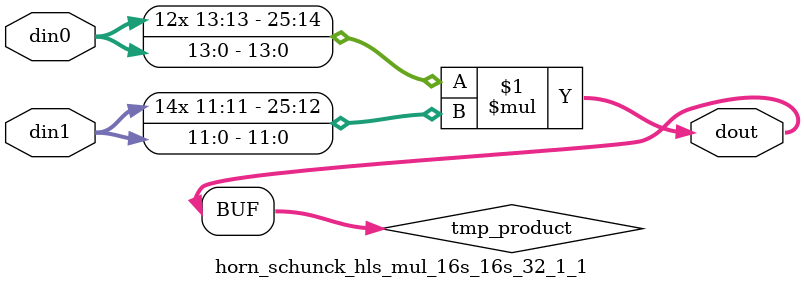
<source format=v>

`timescale 1 ns / 1 ps

 (* DowngradeIPIdentifiedWarnings="yes" *) module horn_schunck_hls_mul_16s_16s_32_1_1(din0, din1, dout);
parameter ID = 1;
parameter NUM_STAGE = 0;
parameter din0_WIDTH = 14;
parameter din1_WIDTH = 12;
parameter dout_WIDTH = 26;

input [din0_WIDTH - 1 : 0] din0; 
input [din1_WIDTH - 1 : 0] din1; 
output [dout_WIDTH - 1 : 0] dout;

wire signed [dout_WIDTH - 1 : 0] tmp_product;



























assign tmp_product = $signed(din0) * $signed(din1);








assign dout = tmp_product;





















endmodule

</source>
